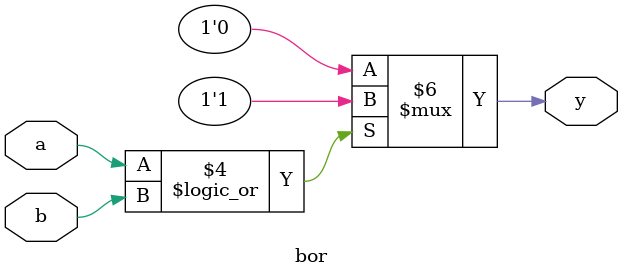
<source format=v>
`timescale 1ns / 1ps
module bor(
    input a,
    input b,
    output reg y
    );
	 always @ (a or b) begin
	    if (a==1'b1 || b==1'b1) begin 
           y=1'b1;
        end
       else begin
           y=1'b0;
        end
	end

endmodule

</source>
